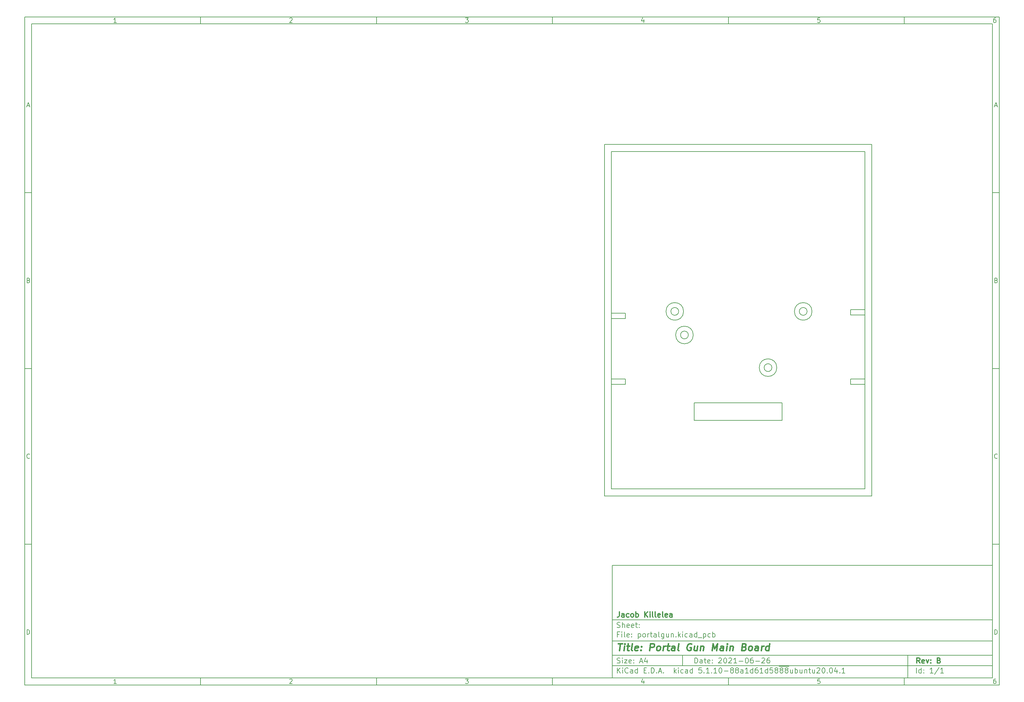
<source format=gbr>
%TF.GenerationSoftware,KiCad,Pcbnew,5.1.10-88a1d61d58~88~ubuntu20.04.1*%
%TF.CreationDate,2021-06-26T15:26:23-05:00*%
%TF.ProjectId,portalgun,706f7274-616c-4677-956e-2e6b69636164,B*%
%TF.SameCoordinates,Original*%
%TF.FileFunction,Other,ECO1*%
%FSLAX46Y46*%
G04 Gerber Fmt 4.6, Leading zero omitted, Abs format (unit mm)*
G04 Created by KiCad (PCBNEW 5.1.10-88a1d61d58~88~ubuntu20.04.1) date 2021-06-26 15:26:23*
%MOMM*%
%LPD*%
G01*
G04 APERTURE LIST*
%ADD10C,0.100000*%
%ADD11C,0.150000*%
%ADD12C,0.300000*%
%ADD13C,0.400000*%
G04 APERTURE END LIST*
D10*
D11*
X177002200Y-166007200D02*
X177002200Y-198007200D01*
X285002200Y-198007200D01*
X285002200Y-166007200D01*
X177002200Y-166007200D01*
D10*
D11*
X10000000Y-10000000D02*
X10000000Y-200007200D01*
X287002200Y-200007200D01*
X287002200Y-10000000D01*
X10000000Y-10000000D01*
D10*
D11*
X12000000Y-12000000D02*
X12000000Y-198007200D01*
X285002200Y-198007200D01*
X285002200Y-12000000D01*
X12000000Y-12000000D01*
D10*
D11*
X60000000Y-12000000D02*
X60000000Y-10000000D01*
D10*
D11*
X110000000Y-12000000D02*
X110000000Y-10000000D01*
D10*
D11*
X160000000Y-12000000D02*
X160000000Y-10000000D01*
D10*
D11*
X210000000Y-12000000D02*
X210000000Y-10000000D01*
D10*
D11*
X260000000Y-12000000D02*
X260000000Y-10000000D01*
D10*
D11*
X36065476Y-11588095D02*
X35322619Y-11588095D01*
X35694047Y-11588095D02*
X35694047Y-10288095D01*
X35570238Y-10473809D01*
X35446428Y-10597619D01*
X35322619Y-10659523D01*
D10*
D11*
X85322619Y-10411904D02*
X85384523Y-10350000D01*
X85508333Y-10288095D01*
X85817857Y-10288095D01*
X85941666Y-10350000D01*
X86003571Y-10411904D01*
X86065476Y-10535714D01*
X86065476Y-10659523D01*
X86003571Y-10845238D01*
X85260714Y-11588095D01*
X86065476Y-11588095D01*
D10*
D11*
X135260714Y-10288095D02*
X136065476Y-10288095D01*
X135632142Y-10783333D01*
X135817857Y-10783333D01*
X135941666Y-10845238D01*
X136003571Y-10907142D01*
X136065476Y-11030952D01*
X136065476Y-11340476D01*
X136003571Y-11464285D01*
X135941666Y-11526190D01*
X135817857Y-11588095D01*
X135446428Y-11588095D01*
X135322619Y-11526190D01*
X135260714Y-11464285D01*
D10*
D11*
X185941666Y-10721428D02*
X185941666Y-11588095D01*
X185632142Y-10226190D02*
X185322619Y-11154761D01*
X186127380Y-11154761D01*
D10*
D11*
X236003571Y-10288095D02*
X235384523Y-10288095D01*
X235322619Y-10907142D01*
X235384523Y-10845238D01*
X235508333Y-10783333D01*
X235817857Y-10783333D01*
X235941666Y-10845238D01*
X236003571Y-10907142D01*
X236065476Y-11030952D01*
X236065476Y-11340476D01*
X236003571Y-11464285D01*
X235941666Y-11526190D01*
X235817857Y-11588095D01*
X235508333Y-11588095D01*
X235384523Y-11526190D01*
X235322619Y-11464285D01*
D10*
D11*
X285941666Y-10288095D02*
X285694047Y-10288095D01*
X285570238Y-10350000D01*
X285508333Y-10411904D01*
X285384523Y-10597619D01*
X285322619Y-10845238D01*
X285322619Y-11340476D01*
X285384523Y-11464285D01*
X285446428Y-11526190D01*
X285570238Y-11588095D01*
X285817857Y-11588095D01*
X285941666Y-11526190D01*
X286003571Y-11464285D01*
X286065476Y-11340476D01*
X286065476Y-11030952D01*
X286003571Y-10907142D01*
X285941666Y-10845238D01*
X285817857Y-10783333D01*
X285570238Y-10783333D01*
X285446428Y-10845238D01*
X285384523Y-10907142D01*
X285322619Y-11030952D01*
D10*
D11*
X60000000Y-198007200D02*
X60000000Y-200007200D01*
D10*
D11*
X110000000Y-198007200D02*
X110000000Y-200007200D01*
D10*
D11*
X160000000Y-198007200D02*
X160000000Y-200007200D01*
D10*
D11*
X210000000Y-198007200D02*
X210000000Y-200007200D01*
D10*
D11*
X260000000Y-198007200D02*
X260000000Y-200007200D01*
D10*
D11*
X36065476Y-199595295D02*
X35322619Y-199595295D01*
X35694047Y-199595295D02*
X35694047Y-198295295D01*
X35570238Y-198481009D01*
X35446428Y-198604819D01*
X35322619Y-198666723D01*
D10*
D11*
X85322619Y-198419104D02*
X85384523Y-198357200D01*
X85508333Y-198295295D01*
X85817857Y-198295295D01*
X85941666Y-198357200D01*
X86003571Y-198419104D01*
X86065476Y-198542914D01*
X86065476Y-198666723D01*
X86003571Y-198852438D01*
X85260714Y-199595295D01*
X86065476Y-199595295D01*
D10*
D11*
X135260714Y-198295295D02*
X136065476Y-198295295D01*
X135632142Y-198790533D01*
X135817857Y-198790533D01*
X135941666Y-198852438D01*
X136003571Y-198914342D01*
X136065476Y-199038152D01*
X136065476Y-199347676D01*
X136003571Y-199471485D01*
X135941666Y-199533390D01*
X135817857Y-199595295D01*
X135446428Y-199595295D01*
X135322619Y-199533390D01*
X135260714Y-199471485D01*
D10*
D11*
X185941666Y-198728628D02*
X185941666Y-199595295D01*
X185632142Y-198233390D02*
X185322619Y-199161961D01*
X186127380Y-199161961D01*
D10*
D11*
X236003571Y-198295295D02*
X235384523Y-198295295D01*
X235322619Y-198914342D01*
X235384523Y-198852438D01*
X235508333Y-198790533D01*
X235817857Y-198790533D01*
X235941666Y-198852438D01*
X236003571Y-198914342D01*
X236065476Y-199038152D01*
X236065476Y-199347676D01*
X236003571Y-199471485D01*
X235941666Y-199533390D01*
X235817857Y-199595295D01*
X235508333Y-199595295D01*
X235384523Y-199533390D01*
X235322619Y-199471485D01*
D10*
D11*
X285941666Y-198295295D02*
X285694047Y-198295295D01*
X285570238Y-198357200D01*
X285508333Y-198419104D01*
X285384523Y-198604819D01*
X285322619Y-198852438D01*
X285322619Y-199347676D01*
X285384523Y-199471485D01*
X285446428Y-199533390D01*
X285570238Y-199595295D01*
X285817857Y-199595295D01*
X285941666Y-199533390D01*
X286003571Y-199471485D01*
X286065476Y-199347676D01*
X286065476Y-199038152D01*
X286003571Y-198914342D01*
X285941666Y-198852438D01*
X285817857Y-198790533D01*
X285570238Y-198790533D01*
X285446428Y-198852438D01*
X285384523Y-198914342D01*
X285322619Y-199038152D01*
D10*
D11*
X10000000Y-60000000D02*
X12000000Y-60000000D01*
D10*
D11*
X10000000Y-110000000D02*
X12000000Y-110000000D01*
D10*
D11*
X10000000Y-160000000D02*
X12000000Y-160000000D01*
D10*
D11*
X10690476Y-35216666D02*
X11309523Y-35216666D01*
X10566666Y-35588095D02*
X11000000Y-34288095D01*
X11433333Y-35588095D01*
D10*
D11*
X11092857Y-84907142D02*
X11278571Y-84969047D01*
X11340476Y-85030952D01*
X11402380Y-85154761D01*
X11402380Y-85340476D01*
X11340476Y-85464285D01*
X11278571Y-85526190D01*
X11154761Y-85588095D01*
X10659523Y-85588095D01*
X10659523Y-84288095D01*
X11092857Y-84288095D01*
X11216666Y-84350000D01*
X11278571Y-84411904D01*
X11340476Y-84535714D01*
X11340476Y-84659523D01*
X11278571Y-84783333D01*
X11216666Y-84845238D01*
X11092857Y-84907142D01*
X10659523Y-84907142D01*
D10*
D11*
X11402380Y-135464285D02*
X11340476Y-135526190D01*
X11154761Y-135588095D01*
X11030952Y-135588095D01*
X10845238Y-135526190D01*
X10721428Y-135402380D01*
X10659523Y-135278571D01*
X10597619Y-135030952D01*
X10597619Y-134845238D01*
X10659523Y-134597619D01*
X10721428Y-134473809D01*
X10845238Y-134350000D01*
X11030952Y-134288095D01*
X11154761Y-134288095D01*
X11340476Y-134350000D01*
X11402380Y-134411904D01*
D10*
D11*
X10659523Y-185588095D02*
X10659523Y-184288095D01*
X10969047Y-184288095D01*
X11154761Y-184350000D01*
X11278571Y-184473809D01*
X11340476Y-184597619D01*
X11402380Y-184845238D01*
X11402380Y-185030952D01*
X11340476Y-185278571D01*
X11278571Y-185402380D01*
X11154761Y-185526190D01*
X10969047Y-185588095D01*
X10659523Y-185588095D01*
D10*
D11*
X287002200Y-60000000D02*
X285002200Y-60000000D01*
D10*
D11*
X287002200Y-110000000D02*
X285002200Y-110000000D01*
D10*
D11*
X287002200Y-160000000D02*
X285002200Y-160000000D01*
D10*
D11*
X285692676Y-35216666D02*
X286311723Y-35216666D01*
X285568866Y-35588095D02*
X286002200Y-34288095D01*
X286435533Y-35588095D01*
D10*
D11*
X286095057Y-84907142D02*
X286280771Y-84969047D01*
X286342676Y-85030952D01*
X286404580Y-85154761D01*
X286404580Y-85340476D01*
X286342676Y-85464285D01*
X286280771Y-85526190D01*
X286156961Y-85588095D01*
X285661723Y-85588095D01*
X285661723Y-84288095D01*
X286095057Y-84288095D01*
X286218866Y-84350000D01*
X286280771Y-84411904D01*
X286342676Y-84535714D01*
X286342676Y-84659523D01*
X286280771Y-84783333D01*
X286218866Y-84845238D01*
X286095057Y-84907142D01*
X285661723Y-84907142D01*
D10*
D11*
X286404580Y-135464285D02*
X286342676Y-135526190D01*
X286156961Y-135588095D01*
X286033152Y-135588095D01*
X285847438Y-135526190D01*
X285723628Y-135402380D01*
X285661723Y-135278571D01*
X285599819Y-135030952D01*
X285599819Y-134845238D01*
X285661723Y-134597619D01*
X285723628Y-134473809D01*
X285847438Y-134350000D01*
X286033152Y-134288095D01*
X286156961Y-134288095D01*
X286342676Y-134350000D01*
X286404580Y-134411904D01*
D10*
D11*
X285661723Y-185588095D02*
X285661723Y-184288095D01*
X285971247Y-184288095D01*
X286156961Y-184350000D01*
X286280771Y-184473809D01*
X286342676Y-184597619D01*
X286404580Y-184845238D01*
X286404580Y-185030952D01*
X286342676Y-185278571D01*
X286280771Y-185402380D01*
X286156961Y-185526190D01*
X285971247Y-185588095D01*
X285661723Y-185588095D01*
D10*
D11*
X200434342Y-193785771D02*
X200434342Y-192285771D01*
X200791485Y-192285771D01*
X201005771Y-192357200D01*
X201148628Y-192500057D01*
X201220057Y-192642914D01*
X201291485Y-192928628D01*
X201291485Y-193142914D01*
X201220057Y-193428628D01*
X201148628Y-193571485D01*
X201005771Y-193714342D01*
X200791485Y-193785771D01*
X200434342Y-193785771D01*
X202577200Y-193785771D02*
X202577200Y-193000057D01*
X202505771Y-192857200D01*
X202362914Y-192785771D01*
X202077200Y-192785771D01*
X201934342Y-192857200D01*
X202577200Y-193714342D02*
X202434342Y-193785771D01*
X202077200Y-193785771D01*
X201934342Y-193714342D01*
X201862914Y-193571485D01*
X201862914Y-193428628D01*
X201934342Y-193285771D01*
X202077200Y-193214342D01*
X202434342Y-193214342D01*
X202577200Y-193142914D01*
X203077200Y-192785771D02*
X203648628Y-192785771D01*
X203291485Y-192285771D02*
X203291485Y-193571485D01*
X203362914Y-193714342D01*
X203505771Y-193785771D01*
X203648628Y-193785771D01*
X204720057Y-193714342D02*
X204577200Y-193785771D01*
X204291485Y-193785771D01*
X204148628Y-193714342D01*
X204077200Y-193571485D01*
X204077200Y-193000057D01*
X204148628Y-192857200D01*
X204291485Y-192785771D01*
X204577200Y-192785771D01*
X204720057Y-192857200D01*
X204791485Y-193000057D01*
X204791485Y-193142914D01*
X204077200Y-193285771D01*
X205434342Y-193642914D02*
X205505771Y-193714342D01*
X205434342Y-193785771D01*
X205362914Y-193714342D01*
X205434342Y-193642914D01*
X205434342Y-193785771D01*
X205434342Y-192857200D02*
X205505771Y-192928628D01*
X205434342Y-193000057D01*
X205362914Y-192928628D01*
X205434342Y-192857200D01*
X205434342Y-193000057D01*
X207220057Y-192428628D02*
X207291485Y-192357200D01*
X207434342Y-192285771D01*
X207791485Y-192285771D01*
X207934342Y-192357200D01*
X208005771Y-192428628D01*
X208077200Y-192571485D01*
X208077200Y-192714342D01*
X208005771Y-192928628D01*
X207148628Y-193785771D01*
X208077200Y-193785771D01*
X209005771Y-192285771D02*
X209148628Y-192285771D01*
X209291485Y-192357200D01*
X209362914Y-192428628D01*
X209434342Y-192571485D01*
X209505771Y-192857200D01*
X209505771Y-193214342D01*
X209434342Y-193500057D01*
X209362914Y-193642914D01*
X209291485Y-193714342D01*
X209148628Y-193785771D01*
X209005771Y-193785771D01*
X208862914Y-193714342D01*
X208791485Y-193642914D01*
X208720057Y-193500057D01*
X208648628Y-193214342D01*
X208648628Y-192857200D01*
X208720057Y-192571485D01*
X208791485Y-192428628D01*
X208862914Y-192357200D01*
X209005771Y-192285771D01*
X210077200Y-192428628D02*
X210148628Y-192357200D01*
X210291485Y-192285771D01*
X210648628Y-192285771D01*
X210791485Y-192357200D01*
X210862914Y-192428628D01*
X210934342Y-192571485D01*
X210934342Y-192714342D01*
X210862914Y-192928628D01*
X210005771Y-193785771D01*
X210934342Y-193785771D01*
X212362914Y-193785771D02*
X211505771Y-193785771D01*
X211934342Y-193785771D02*
X211934342Y-192285771D01*
X211791485Y-192500057D01*
X211648628Y-192642914D01*
X211505771Y-192714342D01*
X213005771Y-193214342D02*
X214148628Y-193214342D01*
X215148628Y-192285771D02*
X215291485Y-192285771D01*
X215434342Y-192357200D01*
X215505771Y-192428628D01*
X215577200Y-192571485D01*
X215648628Y-192857200D01*
X215648628Y-193214342D01*
X215577200Y-193500057D01*
X215505771Y-193642914D01*
X215434342Y-193714342D01*
X215291485Y-193785771D01*
X215148628Y-193785771D01*
X215005771Y-193714342D01*
X214934342Y-193642914D01*
X214862914Y-193500057D01*
X214791485Y-193214342D01*
X214791485Y-192857200D01*
X214862914Y-192571485D01*
X214934342Y-192428628D01*
X215005771Y-192357200D01*
X215148628Y-192285771D01*
X216934342Y-192285771D02*
X216648628Y-192285771D01*
X216505771Y-192357200D01*
X216434342Y-192428628D01*
X216291485Y-192642914D01*
X216220057Y-192928628D01*
X216220057Y-193500057D01*
X216291485Y-193642914D01*
X216362914Y-193714342D01*
X216505771Y-193785771D01*
X216791485Y-193785771D01*
X216934342Y-193714342D01*
X217005771Y-193642914D01*
X217077200Y-193500057D01*
X217077200Y-193142914D01*
X217005771Y-193000057D01*
X216934342Y-192928628D01*
X216791485Y-192857200D01*
X216505771Y-192857200D01*
X216362914Y-192928628D01*
X216291485Y-193000057D01*
X216220057Y-193142914D01*
X217720057Y-193214342D02*
X218862914Y-193214342D01*
X219505771Y-192428628D02*
X219577200Y-192357200D01*
X219720057Y-192285771D01*
X220077200Y-192285771D01*
X220220057Y-192357200D01*
X220291485Y-192428628D01*
X220362914Y-192571485D01*
X220362914Y-192714342D01*
X220291485Y-192928628D01*
X219434342Y-193785771D01*
X220362914Y-193785771D01*
X221648628Y-192285771D02*
X221362914Y-192285771D01*
X221220057Y-192357200D01*
X221148628Y-192428628D01*
X221005771Y-192642914D01*
X220934342Y-192928628D01*
X220934342Y-193500057D01*
X221005771Y-193642914D01*
X221077200Y-193714342D01*
X221220057Y-193785771D01*
X221505771Y-193785771D01*
X221648628Y-193714342D01*
X221720057Y-193642914D01*
X221791485Y-193500057D01*
X221791485Y-193142914D01*
X221720057Y-193000057D01*
X221648628Y-192928628D01*
X221505771Y-192857200D01*
X221220057Y-192857200D01*
X221077200Y-192928628D01*
X221005771Y-193000057D01*
X220934342Y-193142914D01*
D10*
D11*
X177002200Y-194507200D02*
X285002200Y-194507200D01*
D10*
D11*
X178434342Y-196585771D02*
X178434342Y-195085771D01*
X179291485Y-196585771D02*
X178648628Y-195728628D01*
X179291485Y-195085771D02*
X178434342Y-195942914D01*
X179934342Y-196585771D02*
X179934342Y-195585771D01*
X179934342Y-195085771D02*
X179862914Y-195157200D01*
X179934342Y-195228628D01*
X180005771Y-195157200D01*
X179934342Y-195085771D01*
X179934342Y-195228628D01*
X181505771Y-196442914D02*
X181434342Y-196514342D01*
X181220057Y-196585771D01*
X181077200Y-196585771D01*
X180862914Y-196514342D01*
X180720057Y-196371485D01*
X180648628Y-196228628D01*
X180577200Y-195942914D01*
X180577200Y-195728628D01*
X180648628Y-195442914D01*
X180720057Y-195300057D01*
X180862914Y-195157200D01*
X181077200Y-195085771D01*
X181220057Y-195085771D01*
X181434342Y-195157200D01*
X181505771Y-195228628D01*
X182791485Y-196585771D02*
X182791485Y-195800057D01*
X182720057Y-195657200D01*
X182577200Y-195585771D01*
X182291485Y-195585771D01*
X182148628Y-195657200D01*
X182791485Y-196514342D02*
X182648628Y-196585771D01*
X182291485Y-196585771D01*
X182148628Y-196514342D01*
X182077200Y-196371485D01*
X182077200Y-196228628D01*
X182148628Y-196085771D01*
X182291485Y-196014342D01*
X182648628Y-196014342D01*
X182791485Y-195942914D01*
X184148628Y-196585771D02*
X184148628Y-195085771D01*
X184148628Y-196514342D02*
X184005771Y-196585771D01*
X183720057Y-196585771D01*
X183577200Y-196514342D01*
X183505771Y-196442914D01*
X183434342Y-196300057D01*
X183434342Y-195871485D01*
X183505771Y-195728628D01*
X183577200Y-195657200D01*
X183720057Y-195585771D01*
X184005771Y-195585771D01*
X184148628Y-195657200D01*
X186005771Y-195800057D02*
X186505771Y-195800057D01*
X186720057Y-196585771D02*
X186005771Y-196585771D01*
X186005771Y-195085771D01*
X186720057Y-195085771D01*
X187362914Y-196442914D02*
X187434342Y-196514342D01*
X187362914Y-196585771D01*
X187291485Y-196514342D01*
X187362914Y-196442914D01*
X187362914Y-196585771D01*
X188077200Y-196585771D02*
X188077200Y-195085771D01*
X188434342Y-195085771D01*
X188648628Y-195157200D01*
X188791485Y-195300057D01*
X188862914Y-195442914D01*
X188934342Y-195728628D01*
X188934342Y-195942914D01*
X188862914Y-196228628D01*
X188791485Y-196371485D01*
X188648628Y-196514342D01*
X188434342Y-196585771D01*
X188077200Y-196585771D01*
X189577200Y-196442914D02*
X189648628Y-196514342D01*
X189577200Y-196585771D01*
X189505771Y-196514342D01*
X189577200Y-196442914D01*
X189577200Y-196585771D01*
X190220057Y-196157200D02*
X190934342Y-196157200D01*
X190077200Y-196585771D02*
X190577200Y-195085771D01*
X191077200Y-196585771D01*
X191577200Y-196442914D02*
X191648628Y-196514342D01*
X191577200Y-196585771D01*
X191505771Y-196514342D01*
X191577200Y-196442914D01*
X191577200Y-196585771D01*
X194577200Y-196585771D02*
X194577200Y-195085771D01*
X194720057Y-196014342D02*
X195148628Y-196585771D01*
X195148628Y-195585771D02*
X194577200Y-196157200D01*
X195791485Y-196585771D02*
X195791485Y-195585771D01*
X195791485Y-195085771D02*
X195720057Y-195157200D01*
X195791485Y-195228628D01*
X195862914Y-195157200D01*
X195791485Y-195085771D01*
X195791485Y-195228628D01*
X197148628Y-196514342D02*
X197005771Y-196585771D01*
X196720057Y-196585771D01*
X196577200Y-196514342D01*
X196505771Y-196442914D01*
X196434342Y-196300057D01*
X196434342Y-195871485D01*
X196505771Y-195728628D01*
X196577200Y-195657200D01*
X196720057Y-195585771D01*
X197005771Y-195585771D01*
X197148628Y-195657200D01*
X198434342Y-196585771D02*
X198434342Y-195800057D01*
X198362914Y-195657200D01*
X198220057Y-195585771D01*
X197934342Y-195585771D01*
X197791485Y-195657200D01*
X198434342Y-196514342D02*
X198291485Y-196585771D01*
X197934342Y-196585771D01*
X197791485Y-196514342D01*
X197720057Y-196371485D01*
X197720057Y-196228628D01*
X197791485Y-196085771D01*
X197934342Y-196014342D01*
X198291485Y-196014342D01*
X198434342Y-195942914D01*
X199791485Y-196585771D02*
X199791485Y-195085771D01*
X199791485Y-196514342D02*
X199648628Y-196585771D01*
X199362914Y-196585771D01*
X199220057Y-196514342D01*
X199148628Y-196442914D01*
X199077200Y-196300057D01*
X199077200Y-195871485D01*
X199148628Y-195728628D01*
X199220057Y-195657200D01*
X199362914Y-195585771D01*
X199648628Y-195585771D01*
X199791485Y-195657200D01*
X202362914Y-195085771D02*
X201648628Y-195085771D01*
X201577200Y-195800057D01*
X201648628Y-195728628D01*
X201791485Y-195657200D01*
X202148628Y-195657200D01*
X202291485Y-195728628D01*
X202362914Y-195800057D01*
X202434342Y-195942914D01*
X202434342Y-196300057D01*
X202362914Y-196442914D01*
X202291485Y-196514342D01*
X202148628Y-196585771D01*
X201791485Y-196585771D01*
X201648628Y-196514342D01*
X201577200Y-196442914D01*
X203077200Y-196442914D02*
X203148628Y-196514342D01*
X203077200Y-196585771D01*
X203005771Y-196514342D01*
X203077200Y-196442914D01*
X203077200Y-196585771D01*
X204577200Y-196585771D02*
X203720057Y-196585771D01*
X204148628Y-196585771D02*
X204148628Y-195085771D01*
X204005771Y-195300057D01*
X203862914Y-195442914D01*
X203720057Y-195514342D01*
X205220057Y-196442914D02*
X205291485Y-196514342D01*
X205220057Y-196585771D01*
X205148628Y-196514342D01*
X205220057Y-196442914D01*
X205220057Y-196585771D01*
X206720057Y-196585771D02*
X205862914Y-196585771D01*
X206291485Y-196585771D02*
X206291485Y-195085771D01*
X206148628Y-195300057D01*
X206005771Y-195442914D01*
X205862914Y-195514342D01*
X207648628Y-195085771D02*
X207791485Y-195085771D01*
X207934342Y-195157200D01*
X208005771Y-195228628D01*
X208077200Y-195371485D01*
X208148628Y-195657200D01*
X208148628Y-196014342D01*
X208077200Y-196300057D01*
X208005771Y-196442914D01*
X207934342Y-196514342D01*
X207791485Y-196585771D01*
X207648628Y-196585771D01*
X207505771Y-196514342D01*
X207434342Y-196442914D01*
X207362914Y-196300057D01*
X207291485Y-196014342D01*
X207291485Y-195657200D01*
X207362914Y-195371485D01*
X207434342Y-195228628D01*
X207505771Y-195157200D01*
X207648628Y-195085771D01*
X208791485Y-196014342D02*
X209934342Y-196014342D01*
X210862914Y-195728628D02*
X210720057Y-195657200D01*
X210648628Y-195585771D01*
X210577200Y-195442914D01*
X210577200Y-195371485D01*
X210648628Y-195228628D01*
X210720057Y-195157200D01*
X210862914Y-195085771D01*
X211148628Y-195085771D01*
X211291485Y-195157200D01*
X211362914Y-195228628D01*
X211434342Y-195371485D01*
X211434342Y-195442914D01*
X211362914Y-195585771D01*
X211291485Y-195657200D01*
X211148628Y-195728628D01*
X210862914Y-195728628D01*
X210720057Y-195800057D01*
X210648628Y-195871485D01*
X210577200Y-196014342D01*
X210577200Y-196300057D01*
X210648628Y-196442914D01*
X210720057Y-196514342D01*
X210862914Y-196585771D01*
X211148628Y-196585771D01*
X211291485Y-196514342D01*
X211362914Y-196442914D01*
X211434342Y-196300057D01*
X211434342Y-196014342D01*
X211362914Y-195871485D01*
X211291485Y-195800057D01*
X211148628Y-195728628D01*
X212291485Y-195728628D02*
X212148628Y-195657200D01*
X212077200Y-195585771D01*
X212005771Y-195442914D01*
X212005771Y-195371485D01*
X212077200Y-195228628D01*
X212148628Y-195157200D01*
X212291485Y-195085771D01*
X212577200Y-195085771D01*
X212720057Y-195157200D01*
X212791485Y-195228628D01*
X212862914Y-195371485D01*
X212862914Y-195442914D01*
X212791485Y-195585771D01*
X212720057Y-195657200D01*
X212577200Y-195728628D01*
X212291485Y-195728628D01*
X212148628Y-195800057D01*
X212077200Y-195871485D01*
X212005771Y-196014342D01*
X212005771Y-196300057D01*
X212077200Y-196442914D01*
X212148628Y-196514342D01*
X212291485Y-196585771D01*
X212577200Y-196585771D01*
X212720057Y-196514342D01*
X212791485Y-196442914D01*
X212862914Y-196300057D01*
X212862914Y-196014342D01*
X212791485Y-195871485D01*
X212720057Y-195800057D01*
X212577200Y-195728628D01*
X214148628Y-196585771D02*
X214148628Y-195800057D01*
X214077200Y-195657200D01*
X213934342Y-195585771D01*
X213648628Y-195585771D01*
X213505771Y-195657200D01*
X214148628Y-196514342D02*
X214005771Y-196585771D01*
X213648628Y-196585771D01*
X213505771Y-196514342D01*
X213434342Y-196371485D01*
X213434342Y-196228628D01*
X213505771Y-196085771D01*
X213648628Y-196014342D01*
X214005771Y-196014342D01*
X214148628Y-195942914D01*
X215648628Y-196585771D02*
X214791485Y-196585771D01*
X215220057Y-196585771D02*
X215220057Y-195085771D01*
X215077200Y-195300057D01*
X214934342Y-195442914D01*
X214791485Y-195514342D01*
X216934342Y-196585771D02*
X216934342Y-195085771D01*
X216934342Y-196514342D02*
X216791485Y-196585771D01*
X216505771Y-196585771D01*
X216362914Y-196514342D01*
X216291485Y-196442914D01*
X216220057Y-196300057D01*
X216220057Y-195871485D01*
X216291485Y-195728628D01*
X216362914Y-195657200D01*
X216505771Y-195585771D01*
X216791485Y-195585771D01*
X216934342Y-195657200D01*
X218291485Y-195085771D02*
X218005771Y-195085771D01*
X217862914Y-195157200D01*
X217791485Y-195228628D01*
X217648628Y-195442914D01*
X217577200Y-195728628D01*
X217577200Y-196300057D01*
X217648628Y-196442914D01*
X217720057Y-196514342D01*
X217862914Y-196585771D01*
X218148628Y-196585771D01*
X218291485Y-196514342D01*
X218362914Y-196442914D01*
X218434342Y-196300057D01*
X218434342Y-195942914D01*
X218362914Y-195800057D01*
X218291485Y-195728628D01*
X218148628Y-195657200D01*
X217862914Y-195657200D01*
X217720057Y-195728628D01*
X217648628Y-195800057D01*
X217577200Y-195942914D01*
X219862914Y-196585771D02*
X219005771Y-196585771D01*
X219434342Y-196585771D02*
X219434342Y-195085771D01*
X219291485Y-195300057D01*
X219148628Y-195442914D01*
X219005771Y-195514342D01*
X221148628Y-196585771D02*
X221148628Y-195085771D01*
X221148628Y-196514342D02*
X221005771Y-196585771D01*
X220720057Y-196585771D01*
X220577200Y-196514342D01*
X220505771Y-196442914D01*
X220434342Y-196300057D01*
X220434342Y-195871485D01*
X220505771Y-195728628D01*
X220577200Y-195657200D01*
X220720057Y-195585771D01*
X221005771Y-195585771D01*
X221148628Y-195657200D01*
X222577200Y-195085771D02*
X221862914Y-195085771D01*
X221791485Y-195800057D01*
X221862914Y-195728628D01*
X222005771Y-195657200D01*
X222362914Y-195657200D01*
X222505771Y-195728628D01*
X222577200Y-195800057D01*
X222648628Y-195942914D01*
X222648628Y-196300057D01*
X222577200Y-196442914D01*
X222505771Y-196514342D01*
X222362914Y-196585771D01*
X222005771Y-196585771D01*
X221862914Y-196514342D01*
X221791485Y-196442914D01*
X223505771Y-195728628D02*
X223362914Y-195657200D01*
X223291485Y-195585771D01*
X223220057Y-195442914D01*
X223220057Y-195371485D01*
X223291485Y-195228628D01*
X223362914Y-195157200D01*
X223505771Y-195085771D01*
X223791485Y-195085771D01*
X223934342Y-195157200D01*
X224005771Y-195228628D01*
X224077200Y-195371485D01*
X224077200Y-195442914D01*
X224005771Y-195585771D01*
X223934342Y-195657200D01*
X223791485Y-195728628D01*
X223505771Y-195728628D01*
X223362914Y-195800057D01*
X223291485Y-195871485D01*
X223220057Y-196014342D01*
X223220057Y-196300057D01*
X223291485Y-196442914D01*
X223362914Y-196514342D01*
X223505771Y-196585771D01*
X223791485Y-196585771D01*
X223934342Y-196514342D01*
X224005771Y-196442914D01*
X224077200Y-196300057D01*
X224077200Y-196014342D01*
X224005771Y-195871485D01*
X223934342Y-195800057D01*
X223791485Y-195728628D01*
X224362914Y-194677200D02*
X225791485Y-194677200D01*
X224934342Y-195728628D02*
X224791485Y-195657200D01*
X224720057Y-195585771D01*
X224648628Y-195442914D01*
X224648628Y-195371485D01*
X224720057Y-195228628D01*
X224791485Y-195157200D01*
X224934342Y-195085771D01*
X225220057Y-195085771D01*
X225362914Y-195157200D01*
X225434342Y-195228628D01*
X225505771Y-195371485D01*
X225505771Y-195442914D01*
X225434342Y-195585771D01*
X225362914Y-195657200D01*
X225220057Y-195728628D01*
X224934342Y-195728628D01*
X224791485Y-195800057D01*
X224720057Y-195871485D01*
X224648628Y-196014342D01*
X224648628Y-196300057D01*
X224720057Y-196442914D01*
X224791485Y-196514342D01*
X224934342Y-196585771D01*
X225220057Y-196585771D01*
X225362914Y-196514342D01*
X225434342Y-196442914D01*
X225505771Y-196300057D01*
X225505771Y-196014342D01*
X225434342Y-195871485D01*
X225362914Y-195800057D01*
X225220057Y-195728628D01*
X225791485Y-194677200D02*
X227220057Y-194677200D01*
X226362914Y-195728628D02*
X226220057Y-195657200D01*
X226148628Y-195585771D01*
X226077199Y-195442914D01*
X226077199Y-195371485D01*
X226148628Y-195228628D01*
X226220057Y-195157200D01*
X226362914Y-195085771D01*
X226648628Y-195085771D01*
X226791485Y-195157200D01*
X226862914Y-195228628D01*
X226934342Y-195371485D01*
X226934342Y-195442914D01*
X226862914Y-195585771D01*
X226791485Y-195657200D01*
X226648628Y-195728628D01*
X226362914Y-195728628D01*
X226220057Y-195800057D01*
X226148628Y-195871485D01*
X226077199Y-196014342D01*
X226077199Y-196300057D01*
X226148628Y-196442914D01*
X226220057Y-196514342D01*
X226362914Y-196585771D01*
X226648628Y-196585771D01*
X226791485Y-196514342D01*
X226862914Y-196442914D01*
X226934342Y-196300057D01*
X226934342Y-196014342D01*
X226862914Y-195871485D01*
X226791485Y-195800057D01*
X226648628Y-195728628D01*
X228220057Y-195585771D02*
X228220057Y-196585771D01*
X227577199Y-195585771D02*
X227577199Y-196371485D01*
X227648628Y-196514342D01*
X227791485Y-196585771D01*
X228005771Y-196585771D01*
X228148628Y-196514342D01*
X228220057Y-196442914D01*
X228934342Y-196585771D02*
X228934342Y-195085771D01*
X228934342Y-195657200D02*
X229077199Y-195585771D01*
X229362914Y-195585771D01*
X229505771Y-195657200D01*
X229577199Y-195728628D01*
X229648628Y-195871485D01*
X229648628Y-196300057D01*
X229577199Y-196442914D01*
X229505771Y-196514342D01*
X229362914Y-196585771D01*
X229077199Y-196585771D01*
X228934342Y-196514342D01*
X230934342Y-195585771D02*
X230934342Y-196585771D01*
X230291485Y-195585771D02*
X230291485Y-196371485D01*
X230362914Y-196514342D01*
X230505771Y-196585771D01*
X230720057Y-196585771D01*
X230862914Y-196514342D01*
X230934342Y-196442914D01*
X231648628Y-195585771D02*
X231648628Y-196585771D01*
X231648628Y-195728628D02*
X231720057Y-195657200D01*
X231862914Y-195585771D01*
X232077199Y-195585771D01*
X232220057Y-195657200D01*
X232291485Y-195800057D01*
X232291485Y-196585771D01*
X232791485Y-195585771D02*
X233362914Y-195585771D01*
X233005771Y-195085771D02*
X233005771Y-196371485D01*
X233077199Y-196514342D01*
X233220057Y-196585771D01*
X233362914Y-196585771D01*
X234505771Y-195585771D02*
X234505771Y-196585771D01*
X233862914Y-195585771D02*
X233862914Y-196371485D01*
X233934342Y-196514342D01*
X234077200Y-196585771D01*
X234291485Y-196585771D01*
X234434342Y-196514342D01*
X234505771Y-196442914D01*
X235148628Y-195228628D02*
X235220057Y-195157200D01*
X235362914Y-195085771D01*
X235720057Y-195085771D01*
X235862914Y-195157200D01*
X235934342Y-195228628D01*
X236005771Y-195371485D01*
X236005771Y-195514342D01*
X235934342Y-195728628D01*
X235077200Y-196585771D01*
X236005771Y-196585771D01*
X236934342Y-195085771D02*
X237077199Y-195085771D01*
X237220057Y-195157200D01*
X237291485Y-195228628D01*
X237362914Y-195371485D01*
X237434342Y-195657200D01*
X237434342Y-196014342D01*
X237362914Y-196300057D01*
X237291485Y-196442914D01*
X237220057Y-196514342D01*
X237077199Y-196585771D01*
X236934342Y-196585771D01*
X236791485Y-196514342D01*
X236720057Y-196442914D01*
X236648628Y-196300057D01*
X236577199Y-196014342D01*
X236577199Y-195657200D01*
X236648628Y-195371485D01*
X236720057Y-195228628D01*
X236791485Y-195157200D01*
X236934342Y-195085771D01*
X238077199Y-196442914D02*
X238148628Y-196514342D01*
X238077199Y-196585771D01*
X238005771Y-196514342D01*
X238077199Y-196442914D01*
X238077199Y-196585771D01*
X239077199Y-195085771D02*
X239220057Y-195085771D01*
X239362914Y-195157200D01*
X239434342Y-195228628D01*
X239505771Y-195371485D01*
X239577199Y-195657200D01*
X239577199Y-196014342D01*
X239505771Y-196300057D01*
X239434342Y-196442914D01*
X239362914Y-196514342D01*
X239220057Y-196585771D01*
X239077199Y-196585771D01*
X238934342Y-196514342D01*
X238862914Y-196442914D01*
X238791485Y-196300057D01*
X238720057Y-196014342D01*
X238720057Y-195657200D01*
X238791485Y-195371485D01*
X238862914Y-195228628D01*
X238934342Y-195157200D01*
X239077199Y-195085771D01*
X240862914Y-195585771D02*
X240862914Y-196585771D01*
X240505771Y-195014342D02*
X240148628Y-196085771D01*
X241077199Y-196085771D01*
X241648628Y-196442914D02*
X241720057Y-196514342D01*
X241648628Y-196585771D01*
X241577199Y-196514342D01*
X241648628Y-196442914D01*
X241648628Y-196585771D01*
X243148628Y-196585771D02*
X242291485Y-196585771D01*
X242720057Y-196585771D02*
X242720057Y-195085771D01*
X242577199Y-195300057D01*
X242434342Y-195442914D01*
X242291485Y-195514342D01*
D10*
D11*
X177002200Y-191507200D02*
X285002200Y-191507200D01*
D10*
D12*
X264411485Y-193785771D02*
X263911485Y-193071485D01*
X263554342Y-193785771D02*
X263554342Y-192285771D01*
X264125771Y-192285771D01*
X264268628Y-192357200D01*
X264340057Y-192428628D01*
X264411485Y-192571485D01*
X264411485Y-192785771D01*
X264340057Y-192928628D01*
X264268628Y-193000057D01*
X264125771Y-193071485D01*
X263554342Y-193071485D01*
X265625771Y-193714342D02*
X265482914Y-193785771D01*
X265197200Y-193785771D01*
X265054342Y-193714342D01*
X264982914Y-193571485D01*
X264982914Y-193000057D01*
X265054342Y-192857200D01*
X265197200Y-192785771D01*
X265482914Y-192785771D01*
X265625771Y-192857200D01*
X265697200Y-193000057D01*
X265697200Y-193142914D01*
X264982914Y-193285771D01*
X266197200Y-192785771D02*
X266554342Y-193785771D01*
X266911485Y-192785771D01*
X267482914Y-193642914D02*
X267554342Y-193714342D01*
X267482914Y-193785771D01*
X267411485Y-193714342D01*
X267482914Y-193642914D01*
X267482914Y-193785771D01*
X267482914Y-192857200D02*
X267554342Y-192928628D01*
X267482914Y-193000057D01*
X267411485Y-192928628D01*
X267482914Y-192857200D01*
X267482914Y-193000057D01*
X269840057Y-193000057D02*
X270054342Y-193071485D01*
X270125771Y-193142914D01*
X270197200Y-193285771D01*
X270197200Y-193500057D01*
X270125771Y-193642914D01*
X270054342Y-193714342D01*
X269911485Y-193785771D01*
X269340057Y-193785771D01*
X269340057Y-192285771D01*
X269840057Y-192285771D01*
X269982914Y-192357200D01*
X270054342Y-192428628D01*
X270125771Y-192571485D01*
X270125771Y-192714342D01*
X270054342Y-192857200D01*
X269982914Y-192928628D01*
X269840057Y-193000057D01*
X269340057Y-193000057D01*
D10*
D11*
X178362914Y-193714342D02*
X178577200Y-193785771D01*
X178934342Y-193785771D01*
X179077200Y-193714342D01*
X179148628Y-193642914D01*
X179220057Y-193500057D01*
X179220057Y-193357200D01*
X179148628Y-193214342D01*
X179077200Y-193142914D01*
X178934342Y-193071485D01*
X178648628Y-193000057D01*
X178505771Y-192928628D01*
X178434342Y-192857200D01*
X178362914Y-192714342D01*
X178362914Y-192571485D01*
X178434342Y-192428628D01*
X178505771Y-192357200D01*
X178648628Y-192285771D01*
X179005771Y-192285771D01*
X179220057Y-192357200D01*
X179862914Y-193785771D02*
X179862914Y-192785771D01*
X179862914Y-192285771D02*
X179791485Y-192357200D01*
X179862914Y-192428628D01*
X179934342Y-192357200D01*
X179862914Y-192285771D01*
X179862914Y-192428628D01*
X180434342Y-192785771D02*
X181220057Y-192785771D01*
X180434342Y-193785771D01*
X181220057Y-193785771D01*
X182362914Y-193714342D02*
X182220057Y-193785771D01*
X181934342Y-193785771D01*
X181791485Y-193714342D01*
X181720057Y-193571485D01*
X181720057Y-193000057D01*
X181791485Y-192857200D01*
X181934342Y-192785771D01*
X182220057Y-192785771D01*
X182362914Y-192857200D01*
X182434342Y-193000057D01*
X182434342Y-193142914D01*
X181720057Y-193285771D01*
X183077200Y-193642914D02*
X183148628Y-193714342D01*
X183077200Y-193785771D01*
X183005771Y-193714342D01*
X183077200Y-193642914D01*
X183077200Y-193785771D01*
X183077200Y-192857200D02*
X183148628Y-192928628D01*
X183077200Y-193000057D01*
X183005771Y-192928628D01*
X183077200Y-192857200D01*
X183077200Y-193000057D01*
X184862914Y-193357200D02*
X185577200Y-193357200D01*
X184720057Y-193785771D02*
X185220057Y-192285771D01*
X185720057Y-193785771D01*
X186862914Y-192785771D02*
X186862914Y-193785771D01*
X186505771Y-192214342D02*
X186148628Y-193285771D01*
X187077200Y-193285771D01*
D10*
D11*
X263434342Y-196585771D02*
X263434342Y-195085771D01*
X264791485Y-196585771D02*
X264791485Y-195085771D01*
X264791485Y-196514342D02*
X264648628Y-196585771D01*
X264362914Y-196585771D01*
X264220057Y-196514342D01*
X264148628Y-196442914D01*
X264077200Y-196300057D01*
X264077200Y-195871485D01*
X264148628Y-195728628D01*
X264220057Y-195657200D01*
X264362914Y-195585771D01*
X264648628Y-195585771D01*
X264791485Y-195657200D01*
X265505771Y-196442914D02*
X265577200Y-196514342D01*
X265505771Y-196585771D01*
X265434342Y-196514342D01*
X265505771Y-196442914D01*
X265505771Y-196585771D01*
X265505771Y-195657200D02*
X265577200Y-195728628D01*
X265505771Y-195800057D01*
X265434342Y-195728628D01*
X265505771Y-195657200D01*
X265505771Y-195800057D01*
X268148628Y-196585771D02*
X267291485Y-196585771D01*
X267720057Y-196585771D02*
X267720057Y-195085771D01*
X267577200Y-195300057D01*
X267434342Y-195442914D01*
X267291485Y-195514342D01*
X269862914Y-195014342D02*
X268577200Y-196942914D01*
X271148628Y-196585771D02*
X270291485Y-196585771D01*
X270720057Y-196585771D02*
X270720057Y-195085771D01*
X270577200Y-195300057D01*
X270434342Y-195442914D01*
X270291485Y-195514342D01*
D10*
D11*
X177002200Y-187507200D02*
X285002200Y-187507200D01*
D10*
D13*
X178714580Y-188211961D02*
X179857438Y-188211961D01*
X179036009Y-190211961D02*
X179286009Y-188211961D01*
X180274104Y-190211961D02*
X180440771Y-188878628D01*
X180524104Y-188211961D02*
X180416961Y-188307200D01*
X180500295Y-188402438D01*
X180607438Y-188307200D01*
X180524104Y-188211961D01*
X180500295Y-188402438D01*
X181107438Y-188878628D02*
X181869342Y-188878628D01*
X181476485Y-188211961D02*
X181262200Y-189926247D01*
X181333628Y-190116723D01*
X181512200Y-190211961D01*
X181702676Y-190211961D01*
X182655057Y-190211961D02*
X182476485Y-190116723D01*
X182405057Y-189926247D01*
X182619342Y-188211961D01*
X184190771Y-190116723D02*
X183988390Y-190211961D01*
X183607438Y-190211961D01*
X183428866Y-190116723D01*
X183357438Y-189926247D01*
X183452676Y-189164342D01*
X183571723Y-188973866D01*
X183774104Y-188878628D01*
X184155057Y-188878628D01*
X184333628Y-188973866D01*
X184405057Y-189164342D01*
X184381247Y-189354819D01*
X183405057Y-189545295D01*
X185155057Y-190021485D02*
X185238390Y-190116723D01*
X185131247Y-190211961D01*
X185047914Y-190116723D01*
X185155057Y-190021485D01*
X185131247Y-190211961D01*
X185286009Y-188973866D02*
X185369342Y-189069104D01*
X185262200Y-189164342D01*
X185178866Y-189069104D01*
X185286009Y-188973866D01*
X185262200Y-189164342D01*
X187607438Y-190211961D02*
X187857438Y-188211961D01*
X188619342Y-188211961D01*
X188797914Y-188307200D01*
X188881247Y-188402438D01*
X188952676Y-188592914D01*
X188916961Y-188878628D01*
X188797914Y-189069104D01*
X188690771Y-189164342D01*
X188488390Y-189259580D01*
X187726485Y-189259580D01*
X189893152Y-190211961D02*
X189714580Y-190116723D01*
X189631247Y-190021485D01*
X189559819Y-189831009D01*
X189631247Y-189259580D01*
X189750295Y-189069104D01*
X189857438Y-188973866D01*
X190059819Y-188878628D01*
X190345533Y-188878628D01*
X190524104Y-188973866D01*
X190607438Y-189069104D01*
X190678866Y-189259580D01*
X190607438Y-189831009D01*
X190488390Y-190021485D01*
X190381247Y-190116723D01*
X190178866Y-190211961D01*
X189893152Y-190211961D01*
X191416961Y-190211961D02*
X191583628Y-188878628D01*
X191536009Y-189259580D02*
X191655057Y-189069104D01*
X191762200Y-188973866D01*
X191964580Y-188878628D01*
X192155057Y-188878628D01*
X192536009Y-188878628D02*
X193297914Y-188878628D01*
X192905057Y-188211961D02*
X192690771Y-189926247D01*
X192762200Y-190116723D01*
X192940771Y-190211961D01*
X193131247Y-190211961D01*
X194655057Y-190211961D02*
X194786009Y-189164342D01*
X194714580Y-188973866D01*
X194536009Y-188878628D01*
X194155057Y-188878628D01*
X193952676Y-188973866D01*
X194666961Y-190116723D02*
X194464580Y-190211961D01*
X193988390Y-190211961D01*
X193809819Y-190116723D01*
X193738390Y-189926247D01*
X193762200Y-189735771D01*
X193881247Y-189545295D01*
X194083628Y-189450057D01*
X194559819Y-189450057D01*
X194762200Y-189354819D01*
X195893152Y-190211961D02*
X195714580Y-190116723D01*
X195643152Y-189926247D01*
X195857438Y-188211961D01*
X199464580Y-188307200D02*
X199286009Y-188211961D01*
X199000295Y-188211961D01*
X198702676Y-188307200D01*
X198488390Y-188497676D01*
X198369342Y-188688152D01*
X198226485Y-189069104D01*
X198190771Y-189354819D01*
X198238390Y-189735771D01*
X198309819Y-189926247D01*
X198476485Y-190116723D01*
X198750295Y-190211961D01*
X198940771Y-190211961D01*
X199238390Y-190116723D01*
X199345533Y-190021485D01*
X199428866Y-189354819D01*
X199047914Y-189354819D01*
X201202676Y-188878628D02*
X201036009Y-190211961D01*
X200345533Y-188878628D02*
X200214580Y-189926247D01*
X200286009Y-190116723D01*
X200464580Y-190211961D01*
X200750295Y-190211961D01*
X200952676Y-190116723D01*
X201059819Y-190021485D01*
X202155057Y-188878628D02*
X201988390Y-190211961D01*
X202131247Y-189069104D02*
X202238390Y-188973866D01*
X202440771Y-188878628D01*
X202726485Y-188878628D01*
X202905057Y-188973866D01*
X202976485Y-189164342D01*
X202845533Y-190211961D01*
X205321723Y-190211961D02*
X205571723Y-188211961D01*
X206059819Y-189640533D01*
X206905057Y-188211961D01*
X206655057Y-190211961D01*
X208464580Y-190211961D02*
X208595533Y-189164342D01*
X208524104Y-188973866D01*
X208345533Y-188878628D01*
X207964580Y-188878628D01*
X207762200Y-188973866D01*
X208476485Y-190116723D02*
X208274104Y-190211961D01*
X207797914Y-190211961D01*
X207619342Y-190116723D01*
X207547914Y-189926247D01*
X207571723Y-189735771D01*
X207690771Y-189545295D01*
X207893152Y-189450057D01*
X208369342Y-189450057D01*
X208571723Y-189354819D01*
X209416961Y-190211961D02*
X209583628Y-188878628D01*
X209666961Y-188211961D02*
X209559819Y-188307200D01*
X209643152Y-188402438D01*
X209750295Y-188307200D01*
X209666961Y-188211961D01*
X209643152Y-188402438D01*
X210536009Y-188878628D02*
X210369342Y-190211961D01*
X210512200Y-189069104D02*
X210619342Y-188973866D01*
X210821723Y-188878628D01*
X211107438Y-188878628D01*
X211286009Y-188973866D01*
X211357438Y-189164342D01*
X211226485Y-190211961D01*
X214500295Y-189164342D02*
X214774104Y-189259580D01*
X214857438Y-189354819D01*
X214928866Y-189545295D01*
X214893152Y-189831009D01*
X214774104Y-190021485D01*
X214666961Y-190116723D01*
X214464580Y-190211961D01*
X213702676Y-190211961D01*
X213952676Y-188211961D01*
X214619342Y-188211961D01*
X214797914Y-188307200D01*
X214881247Y-188402438D01*
X214952676Y-188592914D01*
X214928866Y-188783390D01*
X214809819Y-188973866D01*
X214702676Y-189069104D01*
X214500295Y-189164342D01*
X213833628Y-189164342D01*
X215988390Y-190211961D02*
X215809819Y-190116723D01*
X215726485Y-190021485D01*
X215655057Y-189831009D01*
X215726485Y-189259580D01*
X215845533Y-189069104D01*
X215952676Y-188973866D01*
X216155057Y-188878628D01*
X216440771Y-188878628D01*
X216619342Y-188973866D01*
X216702676Y-189069104D01*
X216774104Y-189259580D01*
X216702676Y-189831009D01*
X216583628Y-190021485D01*
X216476485Y-190116723D01*
X216274104Y-190211961D01*
X215988390Y-190211961D01*
X218369342Y-190211961D02*
X218500295Y-189164342D01*
X218428866Y-188973866D01*
X218250295Y-188878628D01*
X217869342Y-188878628D01*
X217666961Y-188973866D01*
X218381247Y-190116723D02*
X218178866Y-190211961D01*
X217702676Y-190211961D01*
X217524104Y-190116723D01*
X217452676Y-189926247D01*
X217476485Y-189735771D01*
X217595533Y-189545295D01*
X217797914Y-189450057D01*
X218274104Y-189450057D01*
X218476485Y-189354819D01*
X219321723Y-190211961D02*
X219488390Y-188878628D01*
X219440771Y-189259580D02*
X219559819Y-189069104D01*
X219666961Y-188973866D01*
X219869342Y-188878628D01*
X220059819Y-188878628D01*
X221416961Y-190211961D02*
X221666961Y-188211961D01*
X221428866Y-190116723D02*
X221226485Y-190211961D01*
X220845533Y-190211961D01*
X220666961Y-190116723D01*
X220583628Y-190021485D01*
X220512200Y-189831009D01*
X220583628Y-189259580D01*
X220702676Y-189069104D01*
X220809819Y-188973866D01*
X221012200Y-188878628D01*
X221393152Y-188878628D01*
X221571723Y-188973866D01*
D10*
D11*
X178934342Y-185600057D02*
X178434342Y-185600057D01*
X178434342Y-186385771D02*
X178434342Y-184885771D01*
X179148628Y-184885771D01*
X179720057Y-186385771D02*
X179720057Y-185385771D01*
X179720057Y-184885771D02*
X179648628Y-184957200D01*
X179720057Y-185028628D01*
X179791485Y-184957200D01*
X179720057Y-184885771D01*
X179720057Y-185028628D01*
X180648628Y-186385771D02*
X180505771Y-186314342D01*
X180434342Y-186171485D01*
X180434342Y-184885771D01*
X181791485Y-186314342D02*
X181648628Y-186385771D01*
X181362914Y-186385771D01*
X181220057Y-186314342D01*
X181148628Y-186171485D01*
X181148628Y-185600057D01*
X181220057Y-185457200D01*
X181362914Y-185385771D01*
X181648628Y-185385771D01*
X181791485Y-185457200D01*
X181862914Y-185600057D01*
X181862914Y-185742914D01*
X181148628Y-185885771D01*
X182505771Y-186242914D02*
X182577200Y-186314342D01*
X182505771Y-186385771D01*
X182434342Y-186314342D01*
X182505771Y-186242914D01*
X182505771Y-186385771D01*
X182505771Y-185457200D02*
X182577200Y-185528628D01*
X182505771Y-185600057D01*
X182434342Y-185528628D01*
X182505771Y-185457200D01*
X182505771Y-185600057D01*
X184362914Y-185385771D02*
X184362914Y-186885771D01*
X184362914Y-185457200D02*
X184505771Y-185385771D01*
X184791485Y-185385771D01*
X184934342Y-185457200D01*
X185005771Y-185528628D01*
X185077200Y-185671485D01*
X185077200Y-186100057D01*
X185005771Y-186242914D01*
X184934342Y-186314342D01*
X184791485Y-186385771D01*
X184505771Y-186385771D01*
X184362914Y-186314342D01*
X185934342Y-186385771D02*
X185791485Y-186314342D01*
X185720057Y-186242914D01*
X185648628Y-186100057D01*
X185648628Y-185671485D01*
X185720057Y-185528628D01*
X185791485Y-185457200D01*
X185934342Y-185385771D01*
X186148628Y-185385771D01*
X186291485Y-185457200D01*
X186362914Y-185528628D01*
X186434342Y-185671485D01*
X186434342Y-186100057D01*
X186362914Y-186242914D01*
X186291485Y-186314342D01*
X186148628Y-186385771D01*
X185934342Y-186385771D01*
X187077200Y-186385771D02*
X187077200Y-185385771D01*
X187077200Y-185671485D02*
X187148628Y-185528628D01*
X187220057Y-185457200D01*
X187362914Y-185385771D01*
X187505771Y-185385771D01*
X187791485Y-185385771D02*
X188362914Y-185385771D01*
X188005771Y-184885771D02*
X188005771Y-186171485D01*
X188077200Y-186314342D01*
X188220057Y-186385771D01*
X188362914Y-186385771D01*
X189505771Y-186385771D02*
X189505771Y-185600057D01*
X189434342Y-185457200D01*
X189291485Y-185385771D01*
X189005771Y-185385771D01*
X188862914Y-185457200D01*
X189505771Y-186314342D02*
X189362914Y-186385771D01*
X189005771Y-186385771D01*
X188862914Y-186314342D01*
X188791485Y-186171485D01*
X188791485Y-186028628D01*
X188862914Y-185885771D01*
X189005771Y-185814342D01*
X189362914Y-185814342D01*
X189505771Y-185742914D01*
X190434342Y-186385771D02*
X190291485Y-186314342D01*
X190220057Y-186171485D01*
X190220057Y-184885771D01*
X191648628Y-185385771D02*
X191648628Y-186600057D01*
X191577200Y-186742914D01*
X191505771Y-186814342D01*
X191362914Y-186885771D01*
X191148628Y-186885771D01*
X191005771Y-186814342D01*
X191648628Y-186314342D02*
X191505771Y-186385771D01*
X191220057Y-186385771D01*
X191077200Y-186314342D01*
X191005771Y-186242914D01*
X190934342Y-186100057D01*
X190934342Y-185671485D01*
X191005771Y-185528628D01*
X191077200Y-185457200D01*
X191220057Y-185385771D01*
X191505771Y-185385771D01*
X191648628Y-185457200D01*
X193005771Y-185385771D02*
X193005771Y-186385771D01*
X192362914Y-185385771D02*
X192362914Y-186171485D01*
X192434342Y-186314342D01*
X192577200Y-186385771D01*
X192791485Y-186385771D01*
X192934342Y-186314342D01*
X193005771Y-186242914D01*
X193720057Y-185385771D02*
X193720057Y-186385771D01*
X193720057Y-185528628D02*
X193791485Y-185457200D01*
X193934342Y-185385771D01*
X194148628Y-185385771D01*
X194291485Y-185457200D01*
X194362914Y-185600057D01*
X194362914Y-186385771D01*
X195077200Y-186242914D02*
X195148628Y-186314342D01*
X195077200Y-186385771D01*
X195005771Y-186314342D01*
X195077200Y-186242914D01*
X195077200Y-186385771D01*
X195791485Y-186385771D02*
X195791485Y-184885771D01*
X195934342Y-185814342D02*
X196362914Y-186385771D01*
X196362914Y-185385771D02*
X195791485Y-185957200D01*
X197005771Y-186385771D02*
X197005771Y-185385771D01*
X197005771Y-184885771D02*
X196934342Y-184957200D01*
X197005771Y-185028628D01*
X197077200Y-184957200D01*
X197005771Y-184885771D01*
X197005771Y-185028628D01*
X198362914Y-186314342D02*
X198220057Y-186385771D01*
X197934342Y-186385771D01*
X197791485Y-186314342D01*
X197720057Y-186242914D01*
X197648628Y-186100057D01*
X197648628Y-185671485D01*
X197720057Y-185528628D01*
X197791485Y-185457200D01*
X197934342Y-185385771D01*
X198220057Y-185385771D01*
X198362914Y-185457200D01*
X199648628Y-186385771D02*
X199648628Y-185600057D01*
X199577200Y-185457200D01*
X199434342Y-185385771D01*
X199148628Y-185385771D01*
X199005771Y-185457200D01*
X199648628Y-186314342D02*
X199505771Y-186385771D01*
X199148628Y-186385771D01*
X199005771Y-186314342D01*
X198934342Y-186171485D01*
X198934342Y-186028628D01*
X199005771Y-185885771D01*
X199148628Y-185814342D01*
X199505771Y-185814342D01*
X199648628Y-185742914D01*
X201005771Y-186385771D02*
X201005771Y-184885771D01*
X201005771Y-186314342D02*
X200862914Y-186385771D01*
X200577200Y-186385771D01*
X200434342Y-186314342D01*
X200362914Y-186242914D01*
X200291485Y-186100057D01*
X200291485Y-185671485D01*
X200362914Y-185528628D01*
X200434342Y-185457200D01*
X200577200Y-185385771D01*
X200862914Y-185385771D01*
X201005771Y-185457200D01*
X201362914Y-186528628D02*
X202505771Y-186528628D01*
X202862914Y-185385771D02*
X202862914Y-186885771D01*
X202862914Y-185457200D02*
X203005771Y-185385771D01*
X203291485Y-185385771D01*
X203434342Y-185457200D01*
X203505771Y-185528628D01*
X203577200Y-185671485D01*
X203577200Y-186100057D01*
X203505771Y-186242914D01*
X203434342Y-186314342D01*
X203291485Y-186385771D01*
X203005771Y-186385771D01*
X202862914Y-186314342D01*
X204862914Y-186314342D02*
X204720057Y-186385771D01*
X204434342Y-186385771D01*
X204291485Y-186314342D01*
X204220057Y-186242914D01*
X204148628Y-186100057D01*
X204148628Y-185671485D01*
X204220057Y-185528628D01*
X204291485Y-185457200D01*
X204434342Y-185385771D01*
X204720057Y-185385771D01*
X204862914Y-185457200D01*
X205505771Y-186385771D02*
X205505771Y-184885771D01*
X205505771Y-185457200D02*
X205648628Y-185385771D01*
X205934342Y-185385771D01*
X206077200Y-185457200D01*
X206148628Y-185528628D01*
X206220057Y-185671485D01*
X206220057Y-186100057D01*
X206148628Y-186242914D01*
X206077200Y-186314342D01*
X205934342Y-186385771D01*
X205648628Y-186385771D01*
X205505771Y-186314342D01*
D10*
D11*
X177002200Y-181507200D02*
X285002200Y-181507200D01*
D10*
D11*
X178362914Y-183614342D02*
X178577200Y-183685771D01*
X178934342Y-183685771D01*
X179077200Y-183614342D01*
X179148628Y-183542914D01*
X179220057Y-183400057D01*
X179220057Y-183257200D01*
X179148628Y-183114342D01*
X179077200Y-183042914D01*
X178934342Y-182971485D01*
X178648628Y-182900057D01*
X178505771Y-182828628D01*
X178434342Y-182757200D01*
X178362914Y-182614342D01*
X178362914Y-182471485D01*
X178434342Y-182328628D01*
X178505771Y-182257200D01*
X178648628Y-182185771D01*
X179005771Y-182185771D01*
X179220057Y-182257200D01*
X179862914Y-183685771D02*
X179862914Y-182185771D01*
X180505771Y-183685771D02*
X180505771Y-182900057D01*
X180434342Y-182757200D01*
X180291485Y-182685771D01*
X180077200Y-182685771D01*
X179934342Y-182757200D01*
X179862914Y-182828628D01*
X181791485Y-183614342D02*
X181648628Y-183685771D01*
X181362914Y-183685771D01*
X181220057Y-183614342D01*
X181148628Y-183471485D01*
X181148628Y-182900057D01*
X181220057Y-182757200D01*
X181362914Y-182685771D01*
X181648628Y-182685771D01*
X181791485Y-182757200D01*
X181862914Y-182900057D01*
X181862914Y-183042914D01*
X181148628Y-183185771D01*
X183077200Y-183614342D02*
X182934342Y-183685771D01*
X182648628Y-183685771D01*
X182505771Y-183614342D01*
X182434342Y-183471485D01*
X182434342Y-182900057D01*
X182505771Y-182757200D01*
X182648628Y-182685771D01*
X182934342Y-182685771D01*
X183077200Y-182757200D01*
X183148628Y-182900057D01*
X183148628Y-183042914D01*
X182434342Y-183185771D01*
X183577200Y-182685771D02*
X184148628Y-182685771D01*
X183791485Y-182185771D02*
X183791485Y-183471485D01*
X183862914Y-183614342D01*
X184005771Y-183685771D01*
X184148628Y-183685771D01*
X184648628Y-183542914D02*
X184720057Y-183614342D01*
X184648628Y-183685771D01*
X184577200Y-183614342D01*
X184648628Y-183542914D01*
X184648628Y-183685771D01*
X184648628Y-182757200D02*
X184720057Y-182828628D01*
X184648628Y-182900057D01*
X184577200Y-182828628D01*
X184648628Y-182757200D01*
X184648628Y-182900057D01*
D10*
D12*
X178982914Y-179185771D02*
X178982914Y-180257200D01*
X178911485Y-180471485D01*
X178768628Y-180614342D01*
X178554342Y-180685771D01*
X178411485Y-180685771D01*
X180340057Y-180685771D02*
X180340057Y-179900057D01*
X180268628Y-179757200D01*
X180125771Y-179685771D01*
X179840057Y-179685771D01*
X179697200Y-179757200D01*
X180340057Y-180614342D02*
X180197200Y-180685771D01*
X179840057Y-180685771D01*
X179697200Y-180614342D01*
X179625771Y-180471485D01*
X179625771Y-180328628D01*
X179697200Y-180185771D01*
X179840057Y-180114342D01*
X180197200Y-180114342D01*
X180340057Y-180042914D01*
X181697200Y-180614342D02*
X181554342Y-180685771D01*
X181268628Y-180685771D01*
X181125771Y-180614342D01*
X181054342Y-180542914D01*
X180982914Y-180400057D01*
X180982914Y-179971485D01*
X181054342Y-179828628D01*
X181125771Y-179757200D01*
X181268628Y-179685771D01*
X181554342Y-179685771D01*
X181697200Y-179757200D01*
X182554342Y-180685771D02*
X182411485Y-180614342D01*
X182340057Y-180542914D01*
X182268628Y-180400057D01*
X182268628Y-179971485D01*
X182340057Y-179828628D01*
X182411485Y-179757200D01*
X182554342Y-179685771D01*
X182768628Y-179685771D01*
X182911485Y-179757200D01*
X182982914Y-179828628D01*
X183054342Y-179971485D01*
X183054342Y-180400057D01*
X182982914Y-180542914D01*
X182911485Y-180614342D01*
X182768628Y-180685771D01*
X182554342Y-180685771D01*
X183697200Y-180685771D02*
X183697200Y-179185771D01*
X183697200Y-179757200D02*
X183840057Y-179685771D01*
X184125771Y-179685771D01*
X184268628Y-179757200D01*
X184340057Y-179828628D01*
X184411485Y-179971485D01*
X184411485Y-180400057D01*
X184340057Y-180542914D01*
X184268628Y-180614342D01*
X184125771Y-180685771D01*
X183840057Y-180685771D01*
X183697200Y-180614342D01*
X186197200Y-180685771D02*
X186197200Y-179185771D01*
X187054342Y-180685771D02*
X186411485Y-179828628D01*
X187054342Y-179185771D02*
X186197200Y-180042914D01*
X187697200Y-180685771D02*
X187697200Y-179685771D01*
X187697200Y-179185771D02*
X187625771Y-179257200D01*
X187697200Y-179328628D01*
X187768628Y-179257200D01*
X187697200Y-179185771D01*
X187697200Y-179328628D01*
X188625771Y-180685771D02*
X188482914Y-180614342D01*
X188411485Y-180471485D01*
X188411485Y-179185771D01*
X189411485Y-180685771D02*
X189268628Y-180614342D01*
X189197200Y-180471485D01*
X189197200Y-179185771D01*
X190554342Y-180614342D02*
X190411485Y-180685771D01*
X190125771Y-180685771D01*
X189982914Y-180614342D01*
X189911485Y-180471485D01*
X189911485Y-179900057D01*
X189982914Y-179757200D01*
X190125771Y-179685771D01*
X190411485Y-179685771D01*
X190554342Y-179757200D01*
X190625771Y-179900057D01*
X190625771Y-180042914D01*
X189911485Y-180185771D01*
X191482914Y-180685771D02*
X191340057Y-180614342D01*
X191268628Y-180471485D01*
X191268628Y-179185771D01*
X192625771Y-180614342D02*
X192482914Y-180685771D01*
X192197200Y-180685771D01*
X192054342Y-180614342D01*
X191982914Y-180471485D01*
X191982914Y-179900057D01*
X192054342Y-179757200D01*
X192197200Y-179685771D01*
X192482914Y-179685771D01*
X192625771Y-179757200D01*
X192697200Y-179900057D01*
X192697200Y-180042914D01*
X191982914Y-180185771D01*
X193982914Y-180685771D02*
X193982914Y-179900057D01*
X193911485Y-179757200D01*
X193768628Y-179685771D01*
X193482914Y-179685771D01*
X193340057Y-179757200D01*
X193982914Y-180614342D02*
X193840057Y-180685771D01*
X193482914Y-180685771D01*
X193340057Y-180614342D01*
X193268628Y-180471485D01*
X193268628Y-180328628D01*
X193340057Y-180185771D01*
X193482914Y-180114342D01*
X193840057Y-180114342D01*
X193982914Y-180042914D01*
D10*
D11*
X197002200Y-191507200D02*
X197002200Y-194507200D01*
D10*
D11*
X261002200Y-191507200D02*
X261002200Y-198007200D01*
X248750000Y-114500000D02*
X248750000Y-144250000D01*
X248750000Y-113000000D02*
X248750000Y-114500000D01*
X248750000Y-94750000D02*
X248750000Y-113000000D01*
X248750000Y-94750000D02*
X248750000Y-93250000D01*
X248750000Y-48250000D02*
X248750000Y-93250000D01*
X248750000Y-144250000D02*
X176750000Y-144250000D01*
X176750000Y-144250000D02*
X176750000Y-114500000D01*
X176750000Y-113000000D02*
X176750000Y-114500000D01*
X197250000Y-93750000D02*
G75*
G03*
X197250000Y-93750000I-2500000J0D01*
G01*
X244750000Y-113000000D02*
X248750000Y-113000000D01*
X244750000Y-114500000D02*
X244750000Y-113000000D01*
X248750000Y-114500000D02*
X244750000Y-114500000D01*
X244750000Y-94750000D02*
X248750000Y-94750000D01*
X174750000Y-146250000D02*
X174750000Y-46250000D01*
X233750000Y-93750000D02*
G75*
G03*
X233750000Y-93750000I-2500000J0D01*
G01*
X223750000Y-109741900D02*
G75*
G03*
X223750000Y-109741900I-2500000J0D01*
G01*
X200250000Y-124741900D02*
X200250000Y-119741900D01*
X225250000Y-124741900D02*
X200250000Y-124741900D01*
X225250000Y-119741900D02*
X225250000Y-124741900D01*
X200250000Y-119741900D02*
X225250000Y-119741900D01*
X200000000Y-100458200D02*
G75*
G03*
X200000000Y-100458200I-2500000J0D01*
G01*
X176750000Y-113000000D02*
X176750000Y-95750000D01*
X180750000Y-113000000D02*
X176750000Y-113000000D01*
X180750000Y-114500000D02*
X180750000Y-113000000D01*
X176750000Y-114500000D02*
X180750000Y-114500000D01*
X176750000Y-48250000D02*
X248750000Y-48250000D01*
X232350000Y-93750000D02*
G75*
G03*
X232350000Y-93750000I-1100000J0D01*
G01*
X222350000Y-109741900D02*
G75*
G03*
X222350000Y-109741900I-1100000J0D01*
G01*
X198600000Y-100458200D02*
G75*
G03*
X198600000Y-100458200I-1100000J0D01*
G01*
X195850000Y-93750000D02*
G75*
G03*
X195850000Y-93750000I-1100000J0D01*
G01*
X250750000Y-46250000D02*
X250750000Y-146250000D01*
X176750000Y-94250000D02*
X176750000Y-95750000D01*
X174750000Y-46250000D02*
X250750000Y-46250000D01*
X176750000Y-94250000D02*
X176750000Y-48250000D01*
X250750000Y-146250000D02*
X174750000Y-146250000D01*
X244750000Y-93250000D02*
X244750000Y-94750000D01*
X248750000Y-93250000D02*
X244750000Y-93250000D01*
X180750000Y-94250000D02*
X176750000Y-94250000D01*
X180750000Y-95750000D02*
X180750000Y-94250000D01*
X176750000Y-95750000D02*
X180750000Y-95750000D01*
M02*

</source>
